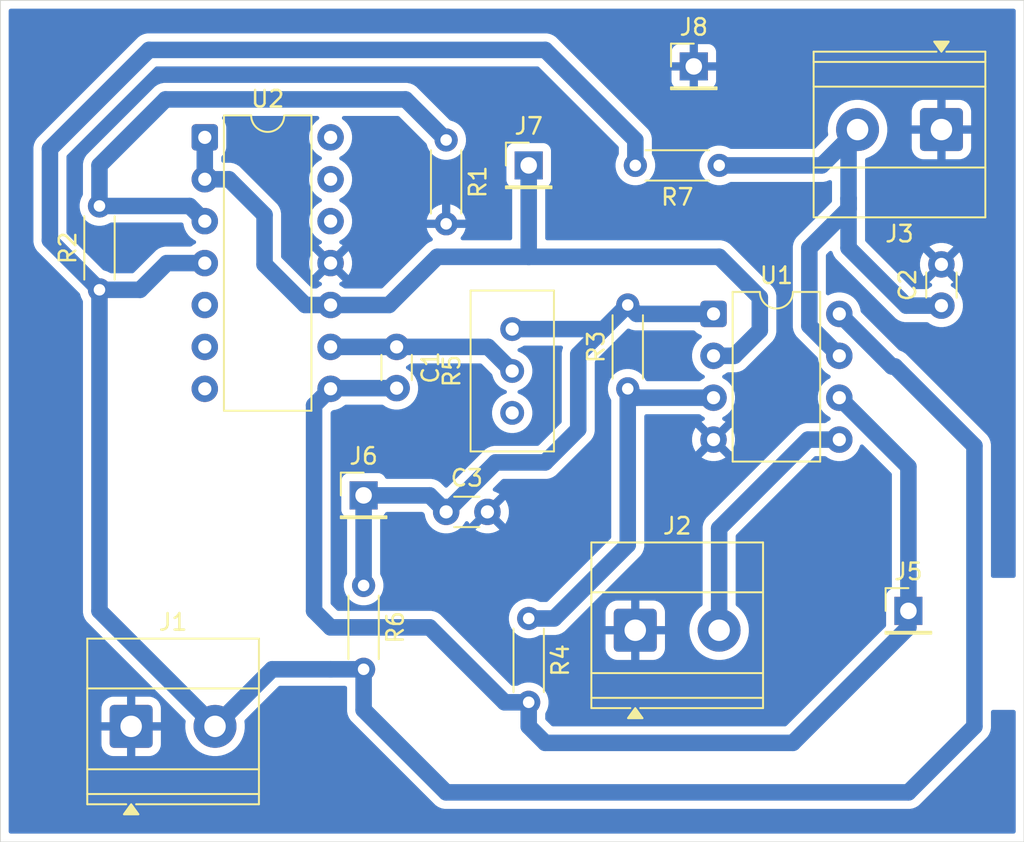
<source format=kicad_pcb>
(kicad_pcb (version 20241229) (generator "pcbnew") (generator_version "9.0")
  (layers (0 "F.Cu" signal) (2 "B.Cu" signal) (13 "F.Paste" user) (15 "B.Paste" user) (5 "F.SilkS" user "F.Silkscreen") (7 "B.SilkS" user "B.Silkscreen") (1 "F.Mask" user) (3 "B.Mask" user) (25 "Edge.Cuts" user))
  (net 0 "")
  (net 1 "GND")
  (net 2 "Net-(U1A-+)")
  (net 3 "Vcc")
  (net 4 "Net-(U2C--)")
  (net 5 "Va")
  (net 6 "Vb")
  (net 7 "Net-(J7-Pin_1)")
  (net 8 "Net-(U2A-+)")
  (net 9 "Vr")
  (net 10 "Vg")
  (footprint "TerminalBlock_Phoenix:TerminalBlock_Phoenix_MKDS-1,5-2-5.08_1x02_P5.08mm_Horizontal" (layer "F.Cu") (at 156.455 108.1725)
    (property "Reference" "J2" (at 2.54 -6.32 0) (layer "F.SilkS"))
    (property "Value" "ref")
    (fp_line (start -2.66 -5.32) (end -2.66 4.72) (stroke (width 0.12)) (layer "F.SilkS"))
    (fp_line (start -2.66 -5.32) (end 7.74 -5.32) (stroke (width 0.12)) (layer "F.SilkS"))
    (fp_line (start -2.66 -2.3) (end 7.74 -2.3) (stroke (width 0.12)) (layer "F.SilkS"))
    (fp_line (start -2.66 2.6) (end 7.74 2.6) (stroke (width 0.12)) (layer "F.SilkS"))
    (fp_line (start -2.66 4.1) (end 7.74 4.1) (stroke (width 0.12)) (layer "F.SilkS"))
    (fp_line (start -2.66 4.72) (end -0.3 4.72) (stroke (width 0.12)) (layer "F.SilkS"))
    (fp_line (start 0.3 4.72) (end 7.74 4.72) (stroke (width 0.12)) (layer "F.SilkS"))
    (fp_line (start 7.74 -5.32) (end 7.74 4.72) (stroke (width 0.12)) (layer "F.SilkS"))
    (fp_poly (pts (xy 0 4.72) (xy 0.44 5.33) (xy -0.44 5.33)) (stroke (width 0.12)) (fill yes) (layer "F.SilkS"))
    (pad "1" thru_hole roundrect (at 0 0) (size 2.6 2.6) (drill 1.3) (layers "*.Cu" "*.Mask") (roundrect_rratio 0.096154) (net 1 "GND"))
    (pad "2" thru_hole circle (at 5.08 0) (size 2.6 2.6) (drill 1.3) (layers "*.Cu" "*.Mask") (net 9 "Vr"))
  )
  (footprint "Connector_PinHeader_2.54mm:PinHeader_1x01_P2.54mm_Vertical" (layer "F.Cu") (at 173 107)
    (property "Reference" "J5" (at 0 -2.38 0) (layer "F.SilkS"))
    (property "Value" "Vb_pin")
    (fp_line (start -1.38 -1.38) (end 0 -1.38) (stroke (width 0.12)) (layer "F.SilkS"))
    (fp_line (start -1.38 0) (end -1.38 -1.38) (stroke (width 0.12)) (layer "F.SilkS"))
    (fp_line (start -1.38 1.27) (end -1.38 1.38) (stroke (width 0.12)) (layer "F.SilkS"))
    (fp_line (start -1.38 1.27) (end 1.38 1.27) (stroke (width 0.12)) (layer "F.SilkS"))
    (fp_line (start -1.38 1.38) (end 1.38 1.38) (stroke (width 0.12)) (layer "F.SilkS"))
    (fp_line (start 1.38 1.27) (end 1.38 1.38) (stroke (width 0.12)) (layer "F.SilkS"))
    (pad "1" thru_hole rect (at 0 0) (size 1.7 1.7) (drill 1) (layers "*.Cu" "*.Mask") (net 6 "Vb"))
  )
  (footprint "TerminalBlock_Phoenix:TerminalBlock_Phoenix_MKDS-1,5-2-5.08_1x02_P5.08mm_Horizontal" (layer "F.Cu") (at 125.92 114)
    (property "Reference" "J1" (at 2.54 -6.32 0) (layer "F.SilkS"))
    (property "Value" "in")
    (fp_line (start -2.66 -5.32) (end -2.66 4.72) (stroke (width 0.12)) (layer "F.SilkS"))
    (fp_line (start -2.66 -5.32) (end 7.74 -5.32) (stroke (width 0.12)) (layer "F.SilkS"))
    (fp_line (start -2.66 -2.3) (end 7.74 -2.3) (stroke (width 0.12)) (layer "F.SilkS"))
    (fp_line (start -2.66 2.6) (end 7.74 2.6) (stroke (width 0.12)) (layer "F.SilkS"))
    (fp_line (start -2.66 4.1) (end 7.74 4.1) (stroke (width 0.12)) (layer "F.SilkS"))
    (fp_line (start -2.66 4.72) (end -0.3 4.72) (stroke (width 0.12)) (layer "F.SilkS"))
    (fp_line (start 0.3 4.72) (end 7.74 4.72) (stroke (width 0.12)) (layer "F.SilkS"))
    (fp_line (start 7.74 -5.32) (end 7.74 4.72) (stroke (width 0.12)) (layer "F.SilkS"))
    (fp_poly (pts (xy 0 4.72) (xy 0.44 5.33) (xy -0.44 5.33)) (stroke (width 0.12)) (fill yes) (layer "F.SilkS"))
    (pad "1" thru_hole roundrect (at 0 0) (size 2.6 2.6) (drill 1.3) (layers "*.Cu" "*.Mask") (roundrect_rratio 0.096154) (net 1 "GND"))
    (pad "2" thru_hole circle (at 5.08 0) (size 2.6 2.6) (drill 1.3) (layers "*.Cu" "*.Mask") (net 3 "Vcc"))
  )
  (footprint "TerminalBlock_Phoenix:TerminalBlock_Phoenix_MKDS-1,5-2-5.08_1x02_P5.08mm_Horizontal" (layer "F.Cu") (at 175 77.8275 180)
    (property "Reference" "J3" (at 2.54 -6.32 0) (layer "F.SilkS"))
    (property "Value" "out")
    (fp_line (start 7.74 -5.32) (end 7.74 4.72) (stroke (width 0.12)) (layer "F.SilkS"))
    (fp_line (start 0.3 4.72) (end 7.74 4.72) (stroke (width 0.12)) (layer "F.SilkS"))
    (fp_line (start -2.66 4.72) (end -0.3 4.72) (stroke (width 0.12)) (layer "F.SilkS"))
    (fp_line (start -2.66 4.1) (end 7.74 4.1) (stroke (width 0.12)) (layer "F.SilkS"))
    (fp_line (start -2.66 2.6) (end 7.74 2.6) (stroke (width 0.12)) (layer "F.SilkS"))
    (fp_line (start -2.66 -2.3) (end 7.74 -2.3) (stroke (width 0.12)) (layer "F.SilkS"))
    (fp_line (start -2.66 -5.32) (end 7.74 -5.32) (stroke (width 0.12)) (layer "F.SilkS"))
    (fp_line (start -2.66 -5.32) (end -2.66 4.72) (stroke (width 0.12)) (layer "F.SilkS"))
    (fp_poly (pts (xy 0 4.72) (xy 0.44 5.33) (xy -0.44 5.33)) (stroke (width 0.12)) (fill yes) (layer "F.SilkS"))
    (pad "1" thru_hole roundrect (at 0 0 180) (size 2.6 2.6) (drill 1.3) (layers "*.Cu" "*.Mask") (roundrect_rratio 0.096154) (net 1 "GND"))
    (pad "2" thru_hole circle (at 5.08 0 180) (size 2.6 2.6) (drill 1.3) (layers "*.Cu" "*.Mask") (net 10 "Vg"))
  )
  (footprint "Capacitor_THT:C_Disc_D3.0mm_W1.6mm_P2.50mm" (layer "F.Cu") (at 142 91 -90)
    (property "Reference" "C1" (at 1.25 -2.05 90) (layer "F.SilkS"))
    (property "Value" "33pF")
    (fp_line (start 0.485 0.92) (end 2.015 0.92) (stroke (width 0.12)) (layer "F.SilkS"))
    (fp_line (start 0.485 -0.92) (end 2.015 -0.92) (stroke (width 0.12)) (layer "F.SilkS"))
    (pad "1" thru_hole circle (at 0 0 270) (size 1.6 1.6) (drill 0.8) (layers "*.Cu" "*.Mask") (net 4 "Net-(U2C--)"))
    (pad "2" thru_hole circle (at 2.5 0 270) (size 1.6 1.6) (drill 0.8) (layers "*.Cu" "*.Mask") (net 6 "Vb"))
  )
  (footprint "Resistor_THT:R_Axial_DIN0204_L3.6mm_D1.6mm_P5.08mm_Horizontal" (layer "F.Cu") (at 156 93.54 90)
    (property "Reference" "R3" (at 2.54 -1.92 90) (layer "F.SilkS"))
    (property "Value" "100k")
    (fp_line (start 0.62 -0.92) (end 4.46 -0.92) (stroke (width 0.12)) (layer "F.SilkS"))
    (fp_line (start 0.62 0.92) (end 4.46 0.92) (stroke (width 0.12)) (layer "F.SilkS"))
    (pad "1" thru_hole circle (at 0 0 90) (size 1.4 1.4) (drill 0.7) (layers "*.Cu" "*.Mask") (net 2 "Net-(U1A-+)"))
    (pad "2" thru_hole oval (at 5.08 0 90) (size 1.4 1.4) (drill 0.7) (layers "*.Cu" "*.Mask") (net 5 "Va"))
  )
  (footprint "Connector_PinHeader_2.54mm:PinHeader_1x01_P2.54mm_Vertical" (layer "F.Cu") (at 160 74)
    (property "Reference" "J8" (at 0 -2.38 0) (layer "F.SilkS"))
    (property "Value" "gnd_pin")
    (fp_line (start -1.38 -1.38) (end 0 -1.38) (stroke (width 0.12)) (layer "F.SilkS"))
    (fp_line (start -1.38 0) (end -1.38 -1.38) (stroke (width 0.12)) (layer "F.SilkS"))
    (fp_line (start -1.38 1.27) (end -1.38 1.38) (stroke (width 0.12)) (layer "F.SilkS"))
    (fp_line (start -1.38 1.27) (end 1.38 1.27) (stroke (width 0.12)) (layer "F.SilkS"))
    (fp_line (start -1.38 1.38) (end 1.38 1.38) (stroke (width 0.12)) (layer "F.SilkS"))
    (fp_line (start 1.38 1.27) (end 1.38 1.38) (stroke (width 0.12)) (layer "F.SilkS"))
    (pad "1" thru_hole rect (at 0 0) (size 1.7 1.7) (drill 1) (layers "*.Cu" "*.Mask") (net 1 "GND"))
  )
  (footprint "Resistor_THT:R_Axial_DIN0204_L3.6mm_D1.6mm_P5.08mm_Horizontal" (layer "F.Cu") (at 124 87.54 90)
    (property "Reference" "R2" (at 2.54 -1.92 90) (layer "F.SilkS"))
    (property "Value" "100k")
    (fp_line (start 0.62 -0.92) (end 4.46 -0.92) (stroke (width 0.12)) (layer "F.SilkS"))
    (fp_line (start 0.62 0.92) (end 4.46 0.92) (stroke (width 0.12)) (layer "F.SilkS"))
    (pad "1" thru_hole circle (at 0 0 90) (size 1.4 1.4) (drill 0.7) (layers "*.Cu" "*.Mask") (net 3 "Vcc"))
    (pad "2" thru_hole oval (at 5.08 0 90) (size 1.4 1.4) (drill 0.7) (layers "*.Cu" "*.Mask") (net 8 "Net-(U2A-+)"))
  )
  (footprint "Package_DIP:DIP-8_W7.62mm" (layer "F.Cu") (at 161.195 89)
    (property "Reference" "U1" (at 3.81 -2.33 0) (layer "F.SilkS"))
    (property "Value" "LM393")
    (fp_line (start 1.16 -1.33) (end 1.16 8.95) (stroke (width 0.12)) (layer "F.SilkS"))
    (fp_line (start 1.16 8.95) (end 6.46 8.95) (stroke (width 0.12)) (layer "F.SilkS"))
    (fp_line (start 2.81 -1.33) (end 1.16 -1.33) (stroke (width 0.12)) (layer "F.SilkS"))
    (fp_line (start 6.46 -1.33) (end 4.81 -1.33) (stroke (width 0.12)) (layer "F.SilkS"))
    (fp_line (start 6.46 8.95) (end 6.46 -1.33) (stroke (width 0.12)) (layer "F.SilkS"))
    (fp_arc (start 4.81 -1.33) (mid 3.81 -0.33) (end 2.81 -1.33) (stroke (width 0.12)) (layer "F.SilkS"))
    (pad "1" thru_hole roundrect (at 0 0) (size 1.6 1.6) (drill 0.8) (layers "*.Cu" "*.Mask") (roundrect_rratio 0.15625) (net 5 "Va"))
    (pad "2" thru_hole circle (at 0 2.54) (size 1.6 1.6) (drill 0.8) (layers "*.Cu" "*.Mask") (net 7 "Net-(J7-Pin_1)"))
    (pad "3" thru_hole circle (at 0 5.08) (size 1.6 1.6) (drill 0.8) (layers "*.Cu" "*.Mask") (net 2 "Net-(U1A-+)"))
    (pad "4" thru_hole circle (at 0 7.62) (size 1.6 1.6) (drill 0.8) (layers "*.Cu" "*.Mask") (net 1 "GND"))
    (pad "5" thru_hole circle (at 7.62 7.62) (size 1.6 1.6) (drill 0.8) (layers "*.Cu" "*.Mask") (net 9 "Vr"))
    (pad "6" thru_hole circle (at 7.62 5.08) (size 1.6 1.6) (drill 0.8) (layers "*.Cu" "*.Mask") (net 6 "Vb"))
    (pad "7" thru_hole circle (at 7.62 2.54) (size 1.6 1.6) (drill 0.8) (layers "*.Cu" "*.Mask") (net 10 "Vg"))
    (pad "8" thru_hole circle (at 7.62 0) (size 1.6 1.6) (drill 0.8) (layers "*.Cu" "*.Mask") (net 3 "Vcc"))
  )
  (footprint "Capacitor_THT:C_Disc_D3.0mm_W1.6mm_P2.50mm" (layer "F.Cu") (at 175 88.5 90)
    (property "Reference" "C2" (at 1.25 -2.05 90) (layer "F.SilkS"))
    (property "Value" "1.8p")
    (fp_line (start 0.485 -0.92) (end 2.015 -0.92) (stroke (width 0.12)) (layer "F.SilkS"))
    (fp_line (start 0.485 0.92) (end 2.015 0.92) (stroke (width 0.12)) (layer "F.SilkS"))
    (pad "1" thru_hole circle (at 0 0 90) (size 1.6 1.6) (drill 0.8) (layers "*.Cu" "*.Mask") (net 10 "Vg"))
    (pad "2" thru_hole circle (at 2.5 0 90) (size 1.6 1.6) (drill 0.8) (layers "*.Cu" "*.Mask") (net 1 "GND"))
  )
  (footprint "Resistor_THT:R_Axial_DIN0204_L3.6mm_D1.6mm_P5.08mm_Horizontal" (layer "F.Cu") (at 161.54 80 180)
    (property "Reference" "R7" (at 2.54 -1.92 0) (layer "F.SilkS"))
    (property "Value" "12k")
    (fp_line (start 0.62 0.92) (end 4.46 0.92) (stroke (width 0.12)) (layer "F.SilkS"))
    (fp_line (start 0.62 -0.92) (end 4.46 -0.92) (stroke (width 0.12)) (layer "F.SilkS"))
    (pad "1" thru_hole circle (at 0 0 180) (size 1.4 1.4) (drill 0.7) (layers "*.Cu" "*.Mask") (net 10 "Vg"))
    (pad "2" thru_hole oval (at 5.08 0 180) (size 1.4 1.4) (drill 0.7) (layers "*.Cu" "*.Mask") (net 3 "Vcc"))
  )
  (footprint "Resistor_THT:R_Axial_DIN0204_L3.6mm_D1.6mm_P5.08mm_Horizontal" (layer "F.Cu") (at 145 78.46 -90)
    (property "Reference" "R1" (at 2.54 -1.92 90) (layer "F.SilkS"))
    (property "Value" "100k")
    (fp_line (start 0.62 0.92) (end 4.46 0.92) (stroke (width 0.12)) (layer "F.SilkS"))
    (fp_line (start 0.62 -0.92) (end 4.46 -0.92) (stroke (width 0.12)) (layer "F.SilkS"))
    (pad "1" thru_hole circle (at 0 0 270) (size 1.4 1.4) (drill 0.7) (layers "*.Cu" "*.Mask") (net 8 "Net-(U2A-+)"))
    (pad "2" thru_hole oval (at 5.08 0 270) (size 1.4 1.4) (drill 0.7) (layers "*.Cu" "*.Mask") (net 1 "GND"))
  )
  (footprint "Package_DIP:DIP-14_W7.62mm" (layer "F.Cu") (at 130.38 78.3)
    (property "Reference" "U2" (at 3.81 -2.33 0) (layer "F.SilkS"))
    (property "Value" "LM324")
    (fp_line (start 1.16 -1.33) (end 1.16 16.57) (stroke (width 0.12)) (layer "F.SilkS"))
    (fp_line (start 1.16 16.57) (end 6.46 16.57) (stroke (width 0.12)) (layer "F.SilkS"))
    (fp_line (start 2.81 -1.33) (end 1.16 -1.33) (stroke (width 0.12)) (layer "F.SilkS"))
    (fp_line (start 6.46 -1.33) (end 4.81 -1.33) (stroke (width 0.12)) (layer "F.SilkS"))
    (fp_line (start 6.46 16.57) (end 6.46 -1.33) (stroke (width 0.12)) (layer "F.SilkS"))
    (fp_arc (start 4.81 -1.33) (mid 3.81 -0.33) (end 2.81 -1.33) (stroke (width 0.12)) (layer "F.SilkS"))
    (pad "1" thru_hole roundrect (at 0 0) (size 1.6 1.6) (drill 0.8) (layers "*.Cu" "*.Mask") (roundrect_rratio 0.15625) (net 7 "Net-(J7-Pin_1)"))
    (pad "2" thru_hole circle (at 0 2.54) (size 1.6 1.6) (drill 0.8) (layers "*.Cu" "*.Mask") (net 7 "Net-(J7-Pin_1)"))
    (pad "3" thru_hole circle (at 0 5.08) (size 1.6 1.6) (drill 0.8) (layers "*.Cu" "*.Mask") (net 8 "Net-(U2A-+)"))
    (pad "4" thru_hole circle (at 0 7.62) (size 1.6 1.6) (drill 0.8) (layers "*.Cu" "*.Mask") (net 3 "Vcc"))
    (pad "5" thru_hole circle (at 0 10.16) (size 1.6 1.6) (drill 0.8) (layers "*.Cu" "*.Mask"))
    (pad "6" thru_hole circle (at 0 12.7) (size 1.6 1.6) (drill 0.8) (layers "*.Cu" "*.Mask"))
    (pad "7" thru_hole circle (at 0 15.24) (size 1.6 1.6) (drill 0.8) (layers "*.Cu" "*.Mask"))
    (pad "8" thru_hole circle (at 7.62 15.24) (size 1.6 1.6) (drill 0.8) (layers "*.Cu" "*.Mask") (net 6 "Vb"))
    (pad "9" thru_hole circle (at 7.62 12.7) (size 1.6 1.6) (drill 0.8) (layers "*.Cu" "*.Mask") (net 4 "Net-(U2C--)"))
    (pad "10" thru_hole circle (at 7.62 10.16) (size 1.6 1.6) (drill 0.8) (layers "*.Cu" "*.Mask") (net 7 "Net-(J7-Pin_1)"))
    (pad "11" thru_hole circle (at 7.62 7.62) (size 1.6 1.6) (drill 0.8) (layers "*.Cu" "*.Mask") (net 1 "GND"))
    (pad "12" thru_hole circle (at 7.62 5.08) (size 1.6 1.6) (drill 0.8) (layers "*.Cu" "*.Mask"))
    (pad "13" thru_hole circle (at 7.62 2.54) (size 1.6 1.6) (drill 0.8) (layers "*.Cu" "*.Mask"))
    (pad "14" thru_hole circle (at 7.62 0) (size 1.6 1.6) (drill 0.8) (layers "*.Cu" "*.Mask"))
  )
  (footprint "Resistor_THT:R_Axial_DIN0204_L3.6mm_D1.6mm_P5.08mm_Horizontal" (layer "F.Cu") (at 150 107.46 -90)
    (property "Reference" "R4" (at 2.54 -1.92 90) (layer "F.SilkS"))
    (property "Value" "47k")
    (fp_line (start 0.62 0.92) (end 4.46 0.92) (stroke (width 0.12)) (layer "F.SilkS"))
    (fp_line (start 0.62 -0.92) (end 4.46 -0.92) (stroke (width 0.12)) (layer "F.SilkS"))
    (pad "1" thru_hole circle (at 0 0 270) (size 1.4 1.4) (drill 0.7) (layers "*.Cu" "*.Mask") (net 2 "Net-(U1A-+)"))
    (pad "2" thru_hole oval (at 5.08 0 270) (size 1.4 1.4) (drill 0.7) (layers "*.Cu" "*.Mask") (net 6 "Vb"))
  )
  (footprint "Capacitor_THT:C_Disc_D3.0mm_W1.6mm_P2.50mm" (layer "F.Cu") (at 145 101)
    (property "Reference" "C3" (at 1.25 -2.05 0) (layer "F.SilkS"))
    (property "Value" "1.8p")
    (fp_line (start 0.485 -0.92) (end 2.015 -0.92) (stroke (width 0.12)) (layer "F.SilkS"))
    (fp_line (start 0.485 0.92) (end 2.015 0.92) (stroke (width 0.12)) (layer "F.SilkS"))
    (pad "1" thru_hole circle (at 0 0) (size 1.6 1.6) (drill 0.8) (layers "*.Cu" "*.Mask") (net 5 "Va"))
    (pad "2" thru_hole circle (at 2.5 0) (size 1.6 1.6) (drill 0.8) (layers "*.Cu" "*.Mask") (net 1 "GND"))
  )
  (footprint "Potentiometer_THT:Potentiometer_Bourns_3296W_Vertical" (layer "F.Cu") (at 149 89.92 90)
    (property "Reference" "R5" (at -2.54 -3.66 90) (layer "F.SilkS"))
    (property "Value" "100k")
    (fp_line (start 2.335 -2.52) (end 2.335 2.53) (stroke (width 0.12)) (layer "F.SilkS"))
    (fp_line (start -7.415 -2.52) (end 2.335 -2.52) (stroke (width 0.12)) (layer "F.SilkS"))
    (fp_line (start -7.415 -2.52) (end -7.415 2.53) (stroke (width 0.12)) (layer "F.SilkS"))
    (fp_line (start -7.415 2.53) (end 2.335 2.53) (stroke (width 0.12)) (layer "F.SilkS"))
    (pad "1" thru_hole circle (at 0 0 90) (size 1.44 1.44) (drill 0.8) (layers "*.Cu" "*.Mask") (net 5 "Va"))
    (pad "2" thru_hole circle (at -2.54 0 90) (size 1.44 1.44) (drill 0.8) (layers "*.Cu" "*.Mask") (net 4 "Net-(U2C--)"))
    (pad "3" thru_hole circle (at -5.08 0 90) (size 1.44 1.44) (drill 0.8) (layers "*.Cu" "*.Mask"))
  )
  (footprint "Resistor_THT:R_Axial_DIN0204_L3.6mm_D1.6mm_P5.08mm_Horizontal" (layer "F.Cu") (at 140 105.46 -90)
    (property "Reference" "R6" (at 2.54 -1.92 90) (layer "F.SilkS"))
    (property "Value" "12k")
    (fp_line (start 0.62 0.92) (end 4.46 0.92) (stroke (width 0.12)) (layer "F.SilkS"))
    (fp_line (start 0.62 -0.92) (end 4.46 -0.92) (stroke (width 0.12)) (layer "F.SilkS"))
    (pad "1" thru_hole circle (at 0 0 270) (size 1.4 1.4) (drill 0.7) (layers "*.Cu" "*.Mask") (net 5 "Va"))
    (pad "2" thru_hole oval (at 5.08 0 270) (size 1.4 1.4) (drill 0.7) (layers "*.Cu" "*.Mask") (net 3 "Vcc"))
  )
  (footprint "Connector_PinHeader_2.54mm:PinHeader_1x01_P2.54mm_Vertical" (layer "F.Cu") (at 140 100)
    (property "Reference" "J6" (at 0 -2.38 0) (layer "F.SilkS"))
    (property "Value" "Va_pin")
    (fp_line (start -1.38 -1.38) (end 0 -1.38) (stroke (width 0.12)) (layer "F.SilkS"))
    (fp_line (start -1.38 0) (end -1.38 -1.38) (stroke (width 0.12)) (layer "F.SilkS"))
    (fp_line (start -1.38 1.27) (end -1.38 1.38) (stroke (width 0.12)) (layer "F.SilkS"))
    (fp_line (start -1.38 1.27) (end 1.38 1.27) (stroke (width 0.12)) (layer "F.SilkS"))
    (fp_line (start -1.38 1.38) (end 1.38 1.38) (stroke (width 0.12)) (layer "F.SilkS"))
    (fp_line (start 1.38 1.27) (end 1.38 1.38) (stroke (width 0.12)) (layer "F.SilkS"))
    (pad "1" thru_hole rect (at 0 0) (size 1.7 1.7) (drill 1) (layers "*.Cu" "*.Mask") (net 5 "Va"))
  )
  (footprint "Connector_PinHeader_2.54mm:PinHeader_1x01_P2.54mm_Vertical" (layer "F.Cu") (at 150 80)
    (property "Reference" "J7" (at 0 -2.38 0) (layer "F.SilkS"))
    (property "Value" "Vref_pin")
    (fp_line (start -1.38 -1.38) (end 0 -1.38) (stroke (width 0.12)) (layer "F.SilkS"))
    (fp_line (start -1.38 0) (end -1.38 -1.38) (stroke (width 0.12)) (layer "F.SilkS"))
    (fp_line (start -1.38 1.27) (end -1.38 1.38) (stroke (width 0.12)) (layer "F.SilkS"))
    (fp_line (start -1.38 1.27) (end 1.38 1.27) (stroke (width 0.12)) (layer "F.SilkS"))
    (fp_line (start -1.38 1.38) (end 1.38 1.38) (stroke (width 0.12)) (layer "F.SilkS"))
    (fp_line (start 1.38 1.27) (end 1.38 1.38) (stroke (width 0.12)) (layer "F.SilkS"))
    (pad "1" thru_hole rect (at 0 0) (size 1.7 1.7) (drill 1) (layers "*.Cu" "*.Mask") (net 7 "Net-(J7-Pin_1)"))
  )
  (gr_line (start 180 121) (end 118 121) (stroke (width 0.05)) (layer "Edge.Cuts"))
  (gr_line (start 118 70) (end 180 70) (stroke (width 0.05)) (layer "Edge.Cuts"))
  (gr_line (start 180 70) (end 180 121) (stroke (width 0.05)) (layer "Edge.Cuts"))
  (gr_line (start 118 121) (end 118 70) (stroke (width 0.05)) (layer "Edge.Cuts"))
  (segment (start 156 103) (end 156 93.54) (width 1) (layer "B.Cu") (net 2))
  (segment (start 151.54 107.46) (end 156 103) (width 1) (layer "B.Cu") (net 2))
  (segment (start 150 107.46) (end 151.54 107.46) (width 1) (layer "B.Cu") (net 2))
  (segment (start 161.195 94.08) (end 156.54 94.08) (width 1) (layer "B.Cu") (net 2))
  (segment (start 156.54 94.08) (end 156 93.54) (width 1) (layer "B.Cu") (net 2))
  (segment (start 127 73) (end 151 73) (width 1) (layer "B.Cu") (net 3))
  (segment (start 145 118) (end 140 113) (width 1) (layer "B.Cu") (net 3))
  (segment (start 151 73) (end 156.46 78.46) (width 1) (layer "B.Cu") (net 3))
  (segment (start 128.08 85.92) (end 130.38 85.92) (width 1) (layer "B.Cu") (net 3))
  (segment (start 124 87.54) (end 121 84.54) (width 1) (layer "B.Cu") (net 3))
  (segment (start 156.46 78.46) (end 156.46 80) (width 1) (layer "B.Cu") (net 3))
  (segment (start 121 84.54) (end 121 79) (width 1) (layer "B.Cu") (net 3))
  (segment (start 140 110.54) (end 138 110.54) (width 1) (layer "B.Cu") (net 3))
  (segment (start 140 113) (end 140 110.54) (width 1) (layer "B.Cu") (net 3))
  (segment (start 172.185 92.185) (end 177 97) (width 1) (layer "B.Cu") (net 3))
  (segment (start 121 79) (end 127 73) (width 1) (layer "B.Cu") (net 3))
  (segment (start 124 87.54) (end 126.46 87.54) (width 1) (layer "B.Cu") (net 3))
  (segment (start 131 114) (end 134.46 110.54) (width 1) (layer "B.Cu") (net 3))
  (segment (start 134.46 110.54) (end 138 110.54) (width 1) (layer "B.Cu") (net 3))
  (segment (start 126.46 87.54) (end 128.08 85.92) (width 1) (layer "B.Cu") (net 3))
  (segment (start 177 97) (end 177 114) (width 1) (layer "B.Cu") (net 3))
  (segment (start 177 114) (end 173 118) (width 1) (layer "B.Cu") (net 3))
  (segment (start 172 92.185) (end 172.185 92.185) (width 1) (layer "B.Cu") (net 3))
  (segment (start 173 118) (end 145 118) (width 1) (layer "B.Cu") (net 3))
  (segment (start 168.815 89) (end 172 92.185) (width 1) (layer "B.Cu") (net 3))
  (segment (start 124 87.54) (end 124 107) (width 1) (layer "B.Cu") (net 3))
  (segment (start 124 107) (end 131 114) (width 1) (layer "B.Cu") (net 3))
  (segment (start 142 91) (end 147.54 91) (width 1) (layer "B.Cu") (net 4))
  (segment (start 138 91) (end 142 91) (width 1) (layer "B.Cu") (net 4))
  (segment (start 147.54 91) (end 149 92.46) (width 1) (layer "B.Cu") (net 4))
  (segment (start 156 88.46) (end 156.54 89) (width 1) (layer "B.Cu") (net 5))
  (segment (start 149 89.92) (end 154.54 89.92) (width 1) (layer "B.Cu") (net 5))
  (segment (start 148 98) (end 145 101) (width 1) (layer "B.Cu") (net 5))
  (segment (start 151 98) (end 153 96) (width 1) (layer "B.Cu") (net 5))
  (segment (start 153 91.46) (end 154.54 89.92) (width 1) (layer "B.Cu") (net 5))
  (segment (start 153 96) (end 153 91.46) (width 1) (layer "B.Cu") (net 5))
  (segment (start 140 105.46) (end 140 100) (width 1) (layer "B.Cu") (net 5))
  (segment (start 140 100) (end 144 100) (width 1) (layer "B.Cu") (net 5))
  (segment (start 154.54 89.92) (end 156 88.46) (width 1) (layer "B.Cu") (net 5))
  (segment (start 151 98) (end 148 98) (width 1) (layer "B.Cu") (net 5))
  (segment (start 145 101) (end 144.5 100.5) (width 1) (layer "B.Cu") (net 5))
  (segment (start 144 100) (end 145 101) (width 1) (layer "B.Cu") (net 5))
  (segment (start 156.54 89) (end 161.195 89) (width 1) (layer "B.Cu") (net 5))
  (segment (start 168.815 94.08) (end 173 98.265) (width 1) (layer "B.Cu") (net 6))
  (segment (start 151 115) (end 166 115) (width 1) (layer "B.Cu") (net 6))
  (segment (start 137 94.54) (end 138 93.54) (width 1) (layer "B.Cu") (net 6))
  (segment (start 138.04 93.5) (end 138 93.54) (width 1) (layer "B.Cu") (net 6))
  (segment (start 150 114) (end 151 115) (width 1) (layer "B.Cu") (net 6))
  (segment (start 150 112.54) (end 150 114) (width 1) (layer "B.Cu") (net 6))
  (segment (start 173 108) (end 173 107) (width 1) (layer "B.Cu") (net 6))
  (segment (start 138 108) (end 137 107) (width 1) (layer "B.Cu") (net 6))
  (segment (start 142 93.5) (end 138.04 93.5) (width 1) (layer "B.Cu") (net 6))
  (segment (start 148.54 112.54) (end 144 108) (width 1) (layer "B.Cu") (net 6))
  (segment (start 166 115) (end 173 108) (width 1) (layer "B.Cu") (net 6))
  (segment (start 150 112.54) (end 148.54 112.54) (width 1) (layer "B.Cu") (net 6))
  (segment (start 144 108) (end 138 108) (width 1) (layer "B.Cu") (net 6))
  (segment (start 137 107) (end 137 94.54) (width 1) (layer "B.Cu") (net 6))
  (segment (start 173 98.265) (end 173 107) (width 1) (layer "B.Cu") (net 6))
  (segment (start 150 80) (end 150 85.54) (width 1) (layer "B.Cu") (net 7))
  (segment (start 134 83) (end 134 86) (width 1) (layer "B.Cu") (net 7))
  (segment (start 162.46 91.54) (end 164 90) (width 1) (layer "B.Cu") (net 7))
  (segment (start 161.54 85.54) (end 150 85.54) (width 1) (layer "B.Cu") (net 7))
  (segment (start 130.38 80.84) (end 131.84 80.84) (width 1) (layer "B.Cu") (net 7))
  (segment (start 130.38 80.84) (end 130.38 78.3) (width 1) (layer "B.Cu") (net 7))
  (segment (start 134 86) (end 136.46 88.46) (width 1) (layer "B.Cu") (net 7))
  (segment (start 164 88) (end 161.54 85.54) (width 1) (layer "B.Cu") (net 7))
  (segment (start 144.46 85.54) (end 150 85.54) (width 1) (layer "B.Cu") (net 7))
  (segment (start 131.84 80.84) (end 134 83) (width 1) (layer "B.Cu") (net 7))
  (segment (start 141.54 88.46) (end 144.46 85.54) (width 1) (layer "B.Cu") (net 7))
  (segment (start 138 88.46) (end 141.54 88.46) (width 1) (layer "B.Cu") (net 7))
  (segment (start 136.46 88.46) (end 138 88.46) (width 1) (layer "B.Cu") (net 7))
  (segment (start 164 90) (end 164 88) (width 1) (layer "B.Cu") (net 7))
  (segment (start 161.195 91.54) (end 162.46 91.54) (width 1) (layer "B.Cu") (net 7))
  (segment (start 145 78.46) (end 142.54 76) (width 1) (layer "B.Cu") (net 8))
  (segment (start 124 80) (end 124 82.46) (width 1) (layer "B.Cu") (net 8))
  (segment (start 124 82.46) (end 129.46 82.46) (width 1) (layer "B.Cu") (net 8))
  (segment (start 128 76) (end 124 80) (width 1) (layer "B.Cu") (net 8))
  (segment (start 129.46 82.46) (end 130.38 83.38) (width 1) (layer "B.Cu") (net 8))
  (segment (start 142.54 76) (end 128 76) (width 1) (layer "B.Cu") (net 8))
  (segment (start 166.915 96.62) (end 168.815 96.62) (width 1) (layer "B.Cu") (net 9))
  (segment (start 161.535 102) (end 166.915 96.62) (width 1) (layer "B.Cu") (net 9))
  (segment (start 161.535 108.1725) (end 161.535 102) (width 1) (layer "B.Cu") (net 9))
  (segment (start 167 85) (end 169.37375 82.62625) (width 1) (layer "B.Cu") (net 10))
  (segment (start 169.37375 82.62625) (end 169.37375 82) (width 1) (layer "B.Cu") (net 10))
  (segment (start 169.37375 85) (end 172.87375 88.5) (width 1) (layer "B.Cu") (net 10))
  (segment (start 168.815 91.54) (end 167 89.725) (width 1) (layer "B.Cu") (net 10))
  (segment (start 169.37375 82) (end 169.37375 85) (width 1) (layer "B.Cu") (net 10))
  (segment (start 167.7475 80) (end 169.92 77.8275) (width 1) (layer "B.Cu") (net 10))
  (segment (start 161.54 80) (end 167.7475 80) (width 1) (layer "B.Cu") (net 10))
  (segment (start 169.92 77.8275) (end 169.37375 78.37375) (width 1) (layer "B.Cu") (net 10))
  (segment (start 169.37375 78.37375) (end 169.37375 82) (width 1) (layer "B.Cu") (net 10))
  (segment (start 167 89.725) (end 167 85) (width 1) (layer "B.Cu") (net 10))
  (segment (start 172.87375 88.5) (end 175 88.5) (width 1) (layer "B.Cu") (net 10))
  (zone (net 1) (net_name "GND") (layer "B.Cu") (connect_pads (clearance 0.5)) (min_thickness 0.25) (fill yes (thermal_gap 0.5) (thermal_bridge_width 0.5))
    (polygon (pts (xy 118 70) (xy 180 70) (xy 180 105) (xy 172 105) (xy 172 113) (xy 180 113) (xy 180 121) (xy 118 121)))
  )
)
</source>
